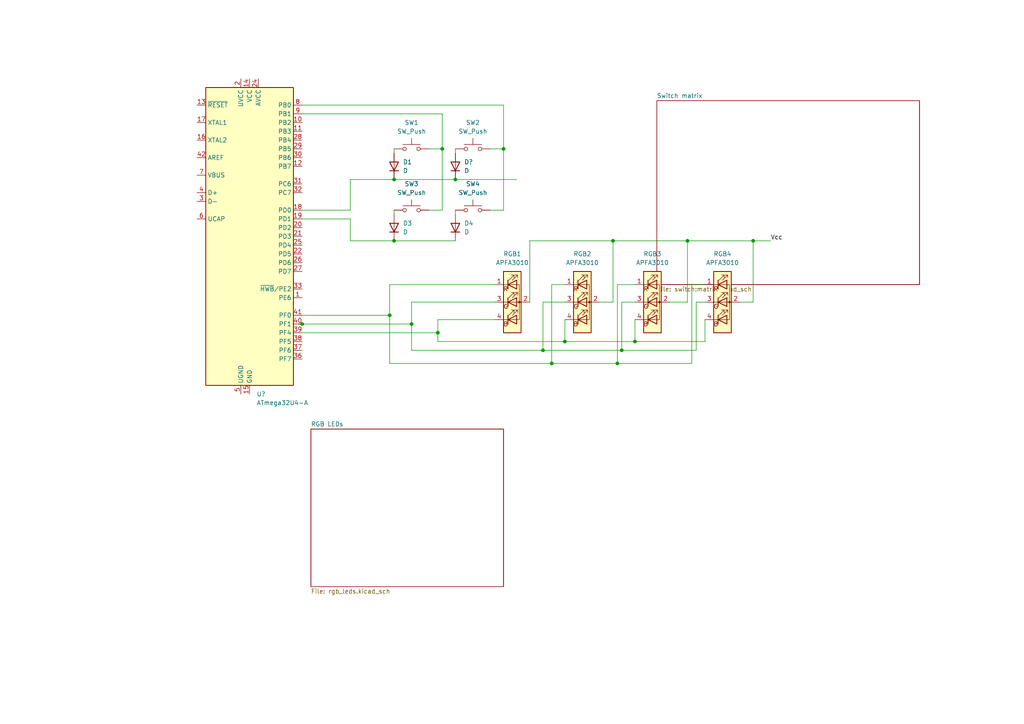
<source format=kicad_sch>
(kicad_sch (version 20211123) (generator eeschema)
  (paper "A4")
  (lib_symbols
    (symbol "Device:D" (pin_numbers hide) (pin_names (offset 1.016) hide)
      (property "Reference" "D" (at 0 2.54 0))
      (property "Value" "D" (at 0 -2.54 0))
      (symbol "D_0_1"
        (polyline (pts (xy -1.27 1.27) (xy -1.27 -1.27)) (stroke (width 0.254)))
        (polyline (pts (xy 1.27 0) (xy -1.27 0)))
        (polyline (pts (xy 1.27 1.27) (xy 1.27 -1.27) (xy -1.27 0) (xy 1.27 1.27)) (stroke (width 0.254)))
      )
      (symbol "D_1_1"
        (pin passive line (at -3.81 0 0) (length 2.54) (name "K") (number "1"))
        (pin passive line (at 3.81 0 180) (length 2.54) (name "A") (number "2"))
      )
    )
    (symbol "LED:APFA3010" (pin_names (offset 0) hide)
      (property "Reference" "D" (at 0 10.16 0))
      (property "Value" "APFA3010" (at 0 -10.16 0))
      (symbol "APFA3010_0_0"
        (text "B" (at -1.905 -6.35 0) (effects (font (size 1.27 1.27))))
        (text "G" (at -1.905 -1.27 0) (effects (font (size 1.27 1.27))))
        (text "R" (at -1.905 3.81 0) (effects (font (size 1.27 1.27))))
      )
      (symbol "APFA3010_0_1"
        (rectangle (start -2.54 -8.89) (end 2.54 8.89) (stroke (width 0.254)) (fill (type background)))
        (polyline (pts (xy -2.54 -5.08) (xy 1.27 -5.08)))
        (polyline (pts (xy -1.27 -3.81) (xy -1.27 -6.35)) (stroke (width 0.254)))
        (polyline (pts (xy -1.27 1.27) (xy -1.27 -1.27)) (stroke (width 0.254)))
        (polyline (pts (xy -1.27 6.35) (xy -1.27 3.81)) (stroke (width 0.254)))
        (polyline (pts (xy 1.27 5.08) (xy -2.54 5.08)))
        (polyline (pts (xy 2.54 0) (xy -2.54 0)))
        (polyline (pts (xy 1.27 -5.08) (xy 2.032 -5.08) (xy 2.032 5.08) (xy 1.27 5.08)))
        (polyline (pts (xy 1.27 -3.81) (xy 1.27 -6.35) (xy -1.27 -5.08) (xy 1.27 -3.81)) (stroke (width 0.254)))
        (polyline (pts (xy 1.27 1.27) (xy 1.27 -1.27) (xy -1.27 0) (xy 1.27 1.27)) (stroke (width 0.254)))
        (polyline (pts (xy 1.27 6.35) (xy 1.27 3.81) (xy -1.27 5.08) (xy 1.27 6.35)) (stroke (width 0.254)))
        (polyline (pts (xy -1.016 -3.81) (xy 0.508 -2.286) (xy -0.254 -2.286) (xy 0.508 -2.286) (xy 0.508 -3.048)))
        (polyline (pts (xy -1.016 1.27) (xy 0.508 2.794) (xy -0.254 2.794) (xy 0.508 2.794) (xy 0.508 2.032)))
        (polyline (pts (xy -1.016 6.35) (xy 0.508 7.874) (xy -0.254 7.874) (xy 0.508 7.874) (xy 0.508 7.112)))
        (polyline (pts (xy 0 -3.81) (xy 1.524 -2.286) (xy 0.762 -2.286) (xy 1.524 -2.286) (xy 1.524 -3.048)))
        (polyline (pts (xy 0 1.27) (xy 1.524 2.794) (xy 0.762 2.794) (xy 1.524 2.794) (xy 1.524 2.032)))
        (polyline (pts (xy 0 6.35) (xy 1.524 7.874) (xy 0.762 7.874) (xy 1.524 7.874) (xy 1.524 7.112)))
        (rectangle (start 1.27 6.35) (end 1.27 6.35))
        (circle (center 2.032 0) (radius 0.254) (fill (type outline)))
      )
      (symbol "APFA3010_1_1"
        (pin input line (at -5.08 5.08 0) (length 2.54) (name "R") (number "1"))
        (pin power_in line (at 5.08 0 180) (length 2.54) (name "A") (number "2"))
        (pin input line (at -5.08 0 0) (length 2.54) (name "G") (number "3"))
        (pin input line (at -5.08 -5.08 0) (length 2.54) (name "B") (number "4"))
      )
    )
    (symbol "MCU_Microchip_ATmega:ATmega32U4-A"
      (property "Reference" "U" (at -12.7 44.45 0))
      (property "Value" "ATmega32U4-A" (at 2.54 -44.45 0))
      (symbol "ATmega32U4-A_0_1"
        (rectangle (start -12.7 -43.18) (end 12.7 43.18) (stroke (width 0.254)) (fill (type background)))
      )
      (symbol "ATmega32U4-A_1_1"
        (pin bidirectional line (at 15.24 -17.78 180) (length 2.54) (name "PE6") (number "1"))
        (pin bidirectional line (at 15.24 33.02 180) (length 2.54) (name "PB2") (number "10"))
        (pin bidirectional line (at 15.24 30.48 180) (length 2.54) (name "PB3") (number "11"))
        (pin bidirectional line (at 15.24 20.32 180) (length 2.54) (name "PB7") (number "12"))
        (pin input line (at -15.24 38.1 0) (length 2.54) (name "~{RESET}") (number "13"))
        (pin power_in line (at 0 45.72 270) (length 2.54) (name "VCC") (number "14"))
        (pin power_in line (at 0 -45.72 90) (length 2.54) (name "GND") (number "15"))
        (pin output line (at -15.24 27.94 0) (length 2.54) (name "XTAL2") (number "16"))
        (pin input line (at -15.24 33.02 0) (length 2.54) (name "XTAL1") (number "17"))
        (pin bidirectional line (at 15.24 7.62 180) (length 2.54) (name "PD0") (number "18"))
        (pin bidirectional line (at 15.24 5.08 180) (length 2.54) (name "PD1") (number "19"))
        (pin power_in line (at -2.54 45.72 270) (length 2.54) (name "UVCC") (number "2"))
        (pin bidirectional line (at 15.24 2.54 180) (length 2.54) (name "PD2") (number "20"))
        (pin bidirectional line (at 15.24 0 180) (length 2.54) (name "PD3") (number "21"))
        (pin bidirectional line (at 15.24 -5.08 180) (length 2.54) (name "PD5") (number "22"))
        (pin passive line (at 0 -45.72 90) (length 2.54) hide (name "GND") (number "23"))
        (pin power_in line (at 2.54 45.72 270) (length 2.54) (name "AVCC") (number "24"))
        (pin bidirectional line (at 15.24 -2.54 180) (length 2.54) (name "PD4") (number "25"))
        (pin bidirectional line (at 15.24 -7.62 180) (length 2.54) (name "PD6") (number "26"))
        (pin bidirectional line (at 15.24 -10.16 180) (length 2.54) (name "PD7") (number "27"))
        (pin bidirectional line (at 15.24 27.94 180) (length 2.54) (name "PB4") (number "28"))
        (pin bidirectional line (at 15.24 25.4 180) (length 2.54) (name "PB5") (number "29"))
        (pin bidirectional line (at -15.24 10.16 0) (length 2.54) (name "D-") (number "3"))
        (pin bidirectional line (at 15.24 22.86 180) (length 2.54) (name "PB6") (number "30"))
        (pin bidirectional line (at 15.24 15.24 180) (length 2.54) (name "PC6") (number "31"))
        (pin bidirectional line (at 15.24 12.7 180) (length 2.54) (name "PC7") (number "32"))
        (pin bidirectional line (at 15.24 -15.24 180) (length 2.54) (name "~{HWB}/PE2") (number "33"))
        (pin passive line (at 0 45.72 270) (length 2.54) hide (name "VCC") (number "34"))
        (pin passive line (at 0 -45.72 90) (length 2.54) hide (name "GND") (number "35"))
        (pin bidirectional line (at 15.24 -35.56 180) (length 2.54) (name "PF7") (number "36"))
        (pin bidirectional line (at 15.24 -33.02 180) (length 2.54) (name "PF6") (number "37"))
        (pin bidirectional line (at 15.24 -30.48 180) (length 2.54) (name "PF5") (number "38"))
        (pin bidirectional line (at 15.24 -27.94 180) (length 2.54) (name "PF4") (number "39"))
        (pin bidirectional line (at -15.24 12.7 0) (length 2.54) (name "D+") (number "4"))
        (pin bidirectional line (at 15.24 -25.4 180) (length 2.54) (name "PF1") (number "40"))
        (pin bidirectional line (at 15.24 -22.86 180) (length 2.54) (name "PF0") (number "41"))
        (pin passive line (at -15.24 22.86 0) (length 2.54) (name "AREF") (number "42"))
        (pin passive line (at 0 -45.72 90) (length 2.54) hide (name "GND") (number "43"))
        (pin passive line (at 2.54 45.72 270) (length 2.54) hide (name "AVCC") (number "44"))
        (pin passive line (at -2.54 -45.72 90) (length 2.54) (name "UGND") (number "5"))
        (pin passive line (at -15.24 5.08 0) (length 2.54) (name "UCAP") (number "6"))
        (pin input line (at -15.24 17.78 0) (length 2.54) (name "VBUS") (number "7"))
        (pin bidirectional line (at 15.24 38.1 180) (length 2.54) (name "PB0") (number "8"))
        (pin bidirectional line (at 15.24 35.56 180) (length 2.54) (name "PB1") (number "9"))
      )
    )
    (symbol "Switch:SW_Push" (pin_numbers hide) (pin_names (offset 1.016) hide)
      (property "Reference" "SW" (at 1.27 2.54 0))
      (property "Value" "SW_Push" (at 0 -1.524 0))
      (symbol "SW_Push_0_1"
        (circle (center -2.032 0) (radius 0.508))
        (polyline (pts (xy 0 1.27) (xy 0 3.048)))
        (polyline (pts (xy 2.54 1.27) (xy -2.54 1.27)))
        (circle (center 2.032 0) (radius 0.508))
        (pin passive line (at -5.08 0 0) (length 2.54) (name "1") (number "1"))
        (pin passive line (at 5.08 0 180) (length 2.54) (name "2") (number "2"))
      )
    )
  )
  (junction (at 132.08 52.07))
  (junction (at 184.15 99.06))
  (junction (at 87.63 93.98))
  (junction (at 157.48 101.6))
  (junction (at 160.02 105.41))
  (junction (at 179.07 105.41))
  (junction (at 218.44 69.85))
  (junction (at 177.8 69.85))
  (junction (at 114.3 52.07))
  (junction (at 127 96.52))
  (junction (at 180.34 101.6))
  (junction (at 199.39 69.85))
  (junction (at 146.05 43.18))
  (junction (at 113.03 91.44))
  (junction (at 119.38 93.98))
  (junction (at 128.27 43.18))
  (junction (at 114.3 69.85))
  (junction (at 163.83 99.06))
  (wire (pts (xy 101.6 60.96) (xy 101.6 52.07)))
  (wire (pts (xy 146.05 43.18) (xy 146.05 60.96)))
  (wire (pts (xy 127 99.06) (xy 163.83 99.06)))
  (wire (pts (xy 132.08 60.96) (xy 132.08 62.23)))
  (wire (pts (xy 199.39 69.85) (xy 177.8 69.85)))
  (wire (pts (xy 128.27 33.02) (xy 128.27 43.18)))
  (wire (pts (xy 160.02 105.41) (xy 179.07 105.41)))
  (wire (pts (xy 113.03 105.41) (xy 160.02 105.41)))
  (wire (pts (xy 179.07 105.41) (xy 200.66 105.41)))
  (wire (pts (xy 119.38 93.98) (xy 119.38 87.63)))
  (wire (pts (xy 180.34 87.63) (xy 184.15 87.63)))
  (wire (pts (xy 113.03 82.55) (xy 143.51 82.55)))
  (wire (pts (xy 180.34 101.6) (xy 201.93 101.6)))
  (wire (pts (xy 146.05 30.48) (xy 146.05 43.18)))
  (wire (pts (xy 87.63 30.48) (xy 146.05 30.48)))
  (wire (pts (xy 200.66 82.55) (xy 204.47 82.55)))
  (wire (pts (xy 87.63 93.98) (xy 119.38 93.98)))
  (wire (pts (xy 173.99 87.63) (xy 177.8 87.63)))
  (wire (pts (xy 157.48 87.63) (xy 163.83 87.63)))
  (wire (pts (xy 87.63 60.96) (xy 101.6 60.96)))
  (wire (pts (xy 179.07 82.55) (xy 184.15 82.55)))
  (wire (pts (xy 177.8 87.63) (xy 177.8 69.85)))
  (wire (pts (xy 87.63 96.52) (xy 127 96.52)))
  (wire (pts (xy 223.52 69.85) (xy 218.44 69.85)))
  (wire (pts (xy 114.3 60.96) (xy 114.3 62.23)))
  (wire (pts (xy 114.3 52.07) (xy 132.08 52.07)))
  (wire (pts (xy 87.63 63.5) (xy 101.6 63.5)))
  (wire (pts (xy 200.66 105.41) (xy 200.66 82.55)))
  (wire (pts (xy 218.44 69.85) (xy 199.39 69.85)))
  (wire (pts (xy 87.63 91.44) (xy 113.03 91.44)))
  (wire (pts (xy 218.44 87.63) (xy 218.44 69.85)))
  (wire (pts (xy 127 92.71) (xy 143.51 92.71)))
  (wire (pts (xy 160.02 105.41) (xy 160.02 82.55)))
  (wire (pts (xy 113.03 91.44) (xy 113.03 82.55)))
  (wire (pts (xy 204.47 92.71) (xy 204.47 99.06)))
  (wire (pts (xy 128.27 43.18) (xy 128.27 60.96)))
  (wire (pts (xy 157.48 101.6) (xy 180.34 101.6)))
  (wire (pts (xy 87.63 33.02) (xy 128.27 33.02)))
  (wire (pts (xy 127 96.52) (xy 127 92.71)))
  (wire (pts (xy 132.08 43.18) (xy 132.08 44.45)))
  (wire (pts (xy 101.6 52.07) (xy 114.3 52.07)))
  (wire (pts (xy 124.46 60.96) (xy 128.27 60.96)))
  (wire (pts (xy 177.8 69.85) (xy 153.67 69.85)))
  (wire (pts (xy 199.39 87.63) (xy 199.39 69.85)))
  (wire (pts (xy 132.08 52.07) (xy 149.86 52.07)))
  (wire (pts (xy 157.48 101.6) (xy 157.48 87.63)))
  (wire (pts (xy 119.38 87.63) (xy 143.51 87.63)))
  (wire (pts (xy 179.07 105.41) (xy 179.07 82.55)))
  (wire (pts (xy 163.83 99.06) (xy 163.83 92.71)))
  (wire (pts (xy 194.31 87.63) (xy 199.39 87.63)))
  (wire (pts (xy 114.3 43.18) (xy 114.3 44.45)))
  (wire (pts (xy 124.46 43.18) (xy 128.27 43.18)))
  (wire (pts (xy 114.3 69.85) (xy 132.08 69.85)))
  (wire (pts (xy 142.24 60.96) (xy 146.05 60.96)))
  (wire (pts (xy 142.24 43.18) (xy 146.05 43.18)))
  (wire (pts (xy 201.93 101.6) (xy 201.93 87.63)))
  (wire (pts (xy 163.83 99.06) (xy 184.15 99.06)))
  (wire (pts (xy 127 96.52) (xy 127 99.06)))
  (wire (pts (xy 184.15 92.71) (xy 184.15 99.06)))
  (wire (pts (xy 180.34 101.6) (xy 180.34 87.63)))
  (wire (pts (xy 86.36 93.98) (xy 87.63 93.98)))
  (wire (pts (xy 119.38 101.6) (xy 157.48 101.6)))
  (wire (pts (xy 113.03 91.44) (xy 113.03 105.41)))
  (wire (pts (xy 160.02 82.55) (xy 163.83 82.55)))
  (wire (pts (xy 201.93 87.63) (xy 204.47 87.63)))
  (wire (pts (xy 119.38 93.98) (xy 119.38 101.6)))
  (wire (pts (xy 184.15 99.06) (xy 204.47 99.06)))
  (wire (pts (xy 214.63 87.63) (xy 218.44 87.63)))
  (wire (pts (xy 101.6 63.5) (xy 101.6 69.85)))
  (wire (pts (xy 153.67 69.85) (xy 153.67 87.63)))
  (wire (pts (xy 101.6 69.85) (xy 114.3 69.85)))
  (label "Vcc" (at 223.52 69.85 0))
  (symbol (lib_id "Switch:SW_Push") (at 137.16 43.18 0) (unit 1)
    (property "Reference" "SW2" (at 137.16 35.56 0))
    (property "Value" "SW_Push" (at 137.16 38.1 0))
  )
  (symbol (lib_id "Switch:SW_Push") (at 137.16 60.96 0) (unit 1)
    (property "Reference" "SW4" (at 137.16 53.34 0))
    (property "Value" "SW_Push" (at 137.16 55.88 0))
  )
  (symbol (lib_id "Device:D") (at 132.08 66.04 90) (unit 1)
    (property "Reference" "D4" (at 134.62 64.7699 90) (effects (justify right)))
    (property "Value" "D" (at 134.62 67.3099 90) (effects (justify right)))
  )
  (symbol (lib_id "LED:APFA3010") (at 209.55 87.63 0) (unit 1)
    (property "Reference" "RGB4" (at 209.55 73.66 0))
    (property "Value" "APFA3010" (at 209.55 76.2 0))
    (property "Footprint" "LED_SMD:LED_Kingbright_APFA3010_3x1.5mm_Horizontal" (effects hide))
    (property "Datasheet" "http://www.kingbrightusa.com/images/catalog/SPEC/APFA3010LSEEZGKQBKC.pdf" (effects hide))
  )
  (symbol (lib_id "Device:D") (at 114.3 66.04 90) (unit 1)
    (property "Reference" "D3" (at 116.84 64.7699 90) (effects (justify right)))
    (property "Value" "D" (at 116.84 67.3099 90) (effects (justify right)))
  )
  (symbol (lib_id "LED:APFA3010") (at 148.59 87.63 0) (unit 1)
    (property "Reference" "RGB1" (at 148.59 73.66 0))
    (property "Value" "APFA3010" (at 148.59 76.2 0))
    (property "Footprint" "LED_SMD:LED_Kingbright_APFA3010_3x1.5mm_Horizontal" (effects hide))
    (property "Datasheet" "http://www.kingbrightusa.com/images/catalog/SPEC/APFA3010LSEEZGKQBKC.pdf" (effects hide))
  )
  (symbol (lib_id "Switch:SW_Push") (at 119.38 60.96 0) (unit 1)
    (property "Reference" "SW3" (at 119.38 53.34 0))
    (property "Value" "SW_Push" (at 119.38 55.88 0))
  )
  (symbol (lib_id "Device:D") (at 132.08 48.26 90) (unit 1)
    (property "Reference" "D?" (at 134.62 46.9899 90) (effects (justify right)))
    (property "Value" "D" (at 134.62 49.5299 90) (effects (justify right)))
  )
  (symbol (lib_id "LED:APFA3010") (at 189.23 87.63 0) (unit 1)
    (property "Reference" "RGB3" (at 189.23 73.66 0))
    (property "Value" "APFA3010" (at 189.23 76.2 0))
    (property "Footprint" "LED_SMD:LED_Kingbright_APFA3010_3x1.5mm_Horizontal" (effects hide))
    (property "Datasheet" "http://www.kingbrightusa.com/images/catalog/SPEC/APFA3010LSEEZGKQBKC.pdf" (effects hide))
  )
  (symbol (lib_id "LED:APFA3010") (at 168.91 87.63 0) (unit 1)
    (property "Reference" "RGB2" (at 168.91 73.66 0))
    (property "Value" "APFA3010" (at 168.91 76.2 0))
    (property "Footprint" "LED_SMD:LED_Kingbright_APFA3010_3x1.5mm_Horizontal" (effects hide))
    (property "Datasheet" "http://www.kingbrightusa.com/images/catalog/SPEC/APFA3010LSEEZGKQBKC.pdf" (effects hide))
  )
  (symbol (lib_id "MCU_Microchip_ATmega:ATmega32U4-A") (at 72.39 68.58 0) (unit 1)
    (property "Reference" "U?" (at 74.4094 114.3 0) (effects (justify left)))
    (property "Value" "ATmega32U4-A" (at 74.4094 116.84 0) (effects (justify left)))
    (property "Footprint" "Package_QFP:TQFP-44_10x10mm_P0.8mm" (effects hide))
    (property "Datasheet" "http://ww1.microchip.com/downloads/en/DeviceDoc/Atmel-7766-8-bit-AVR-ATmega16U4-32U4_Datasheet.pdf" (effects hide))
  )
  (symbol (lib_id "Device:D") (at 114.3 48.26 90) (unit 1)
    (property "Reference" "D1" (at 116.84 46.9899 90) (effects (justify right)))
    (property "Value" "D" (at 116.84 49.5299 90) (effects (justify right)))
  )
  (symbol (lib_id "Switch:SW_Push") (at 119.38 43.18 0) (unit 1)
    (property "Reference" "SW1" (at 119.38 35.56 0))
    (property "Value" "SW_Push" (at 119.38 38.1 0))
  )
  (sheet (at 90.17 124.46) (size 55.88 45.72) (stroke (width 0.1524))
    (property "Sheet name" "RGB LEDs" (at 90.17 123.7484 0) (effects (justify left bottom)))
    (property "Sheet file" "rgb_leds.kicad_sch" (at 90.17 170.7646 0) (effects (justify left top)))
  )
  (sheet (at 190.5 29.21) (size 76.2 53.34) (stroke (width 0.1524))
    (property "Sheet name" "Switch matrix" (at 190.5 28.4984 0) (effects (justify left bottom)))
    (property "Sheet file" "switch:matrix.kicad_sch" (at 190.5 83.1346 0) (effects (justify left top)))
  )
)
</source>
